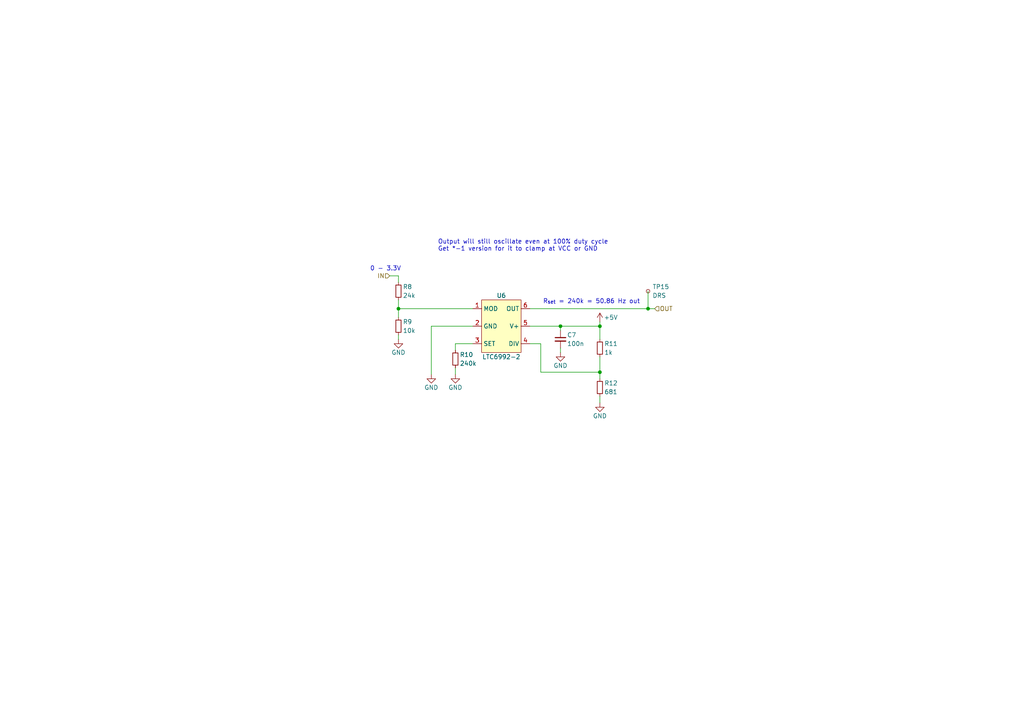
<source format=kicad_sch>
(kicad_sch (version 20211123) (generator eeschema)
  (paper "A4")
  (lib_symbols
    (symbol "Connector:TestPoint_Small" (pin_numbers hide) (pin_names (offset 0.762) hide)
      (property "Reference" "TP" (at 0 3.81 0))
      (property "Value" "TestPoint_Small" (at 0 2.032 0))
      (symbol "TestPoint_Small_0_1"
        (circle (center 0 0) (radius 0.508))
      )
      (symbol "TestPoint_Small_1_1"
        (pin passive line (at 0 0 90) (length 0) (name "1") (number "1"))
      )
    )
    (symbol "Device:C_Small" (pin_numbers hide) (pin_names (offset 0.254) hide)
      (property "Reference" "C" (at 0.254 1.778 0))
      (property "Value" "C_Small" (at 0.254 -2.032 0))
      (symbol "C_Small_0_1"
        (polyline (pts (xy -1.524 -0.508) (xy 1.524 -0.508)) (stroke (width 0.3302)))
        (polyline (pts (xy -1.524 0.508) (xy 1.524 0.508)) (stroke (width 0.3048)))
      )
      (symbol "C_Small_1_1"
        (pin passive line (at 0 2.54 270) (length 2.032) (name "~") (number "1"))
        (pin passive line (at 0 -2.54 90) (length 2.032) (name "~") (number "2"))
      )
    )
    (symbol "Device:R_Small" (pin_numbers hide) (pin_names (offset 0.254) hide)
      (property "Reference" "R" (at 0.762 0.508 0))
      (property "Value" "R_Small" (at 0.762 -1.016 0))
      (symbol "R_Small_0_1"
        (rectangle (start -0.762 1.778) (end 0.762 -1.778) (stroke (width 0.2032)))
      )
      (symbol "R_Small_1_1"
        (pin passive line (at 0 2.54 270) (length 0.762) (name "~") (number "1"))
        (pin passive line (at 0 -2.54 90) (length 0.762) (name "~") (number "2"))
      )
    )
    (symbol "power:+5V" (power) (pin_names (offset 0))
      (property "Value" "+5V" (at 0 3.556 0))
      (symbol "+5V_0_1"
        (polyline (pts (xy -0.762 1.27) (xy 0 2.54)))
        (polyline (pts (xy 0 0) (xy 0 2.54)))
        (polyline (pts (xy 0 2.54) (xy 0.762 1.27)))
      )
      (symbol "+5V_1_1"
        (pin power_in line (at 0 0 90) (length 0) hide (name "+5V") (number "1"))
      )
    )
    (symbol "power:GND" (power) (pin_names (offset 0))
      (property "Value" "GND" (at 0 -3.81 0))
      (symbol "GND_0_1"
        (polyline (pts (xy 0 0) (xy 0 -1.27) (xy 1.27 -1.27) (xy 0 -2.54) (xy -1.27 -1.27) (xy 0 -1.27)))
      )
      (symbol "GND_1_1"
        (pin power_in line (at 0 0 270) (length 0) hide (name "GND") (number "1"))
      )
    )
    (symbol "symbols:LTC6992"
      (property "Reference" "U" (at 0 8.89 0))
      (property "Value" "LTC6992" (at 0 -8.89 0))
      (symbol "LTC6992_0_0"
        (pin passive line (at -8.255 5.08 0) (length 2.54) (name "MOD") (number "1"))
        (pin passive line (at -8.255 0 0) (length 2.54) (name "GND") (number "2"))
        (pin passive line (at -8.255 -5.08 0) (length 2.54) (name "SET") (number "3"))
        (pin passive line (at 8.255 -5.08 180) (length 2.54) (name "DIV") (number "4"))
        (pin passive line (at 8.255 0 180) (length 2.54) (name "V+") (number "5"))
        (pin passive line (at 8.255 5.08 180) (length 2.54) (name "OUT") (number "6"))
      )
      (symbol "LTC6992_0_1"
        (rectangle (start -5.715 7.62) (end 5.715 -7.62) (fill (type background)))
      )
    )
  )
  (junction (at 173.99 107.95))
  (junction (at 173.99 94.615))
  (junction (at 115.57 89.535))
  (junction (at 187.96 89.535))
  (junction (at 162.56 94.615))
  (wire (pts (xy 173.99 94.615) (xy 173.99 98.425)))
  (wire (pts (xy 156.845 99.695) (xy 156.845 107.95)))
  (wire (pts (xy 115.57 97.155) (xy 115.57 98.425)))
  (wire (pts (xy 115.57 86.995) (xy 115.57 89.535)))
  (wire (pts (xy 153.67 89.535) (xy 187.96 89.535)))
  (wire (pts (xy 173.99 114.935) (xy 173.99 116.84)))
  (wire (pts (xy 187.96 89.535) (xy 189.865 89.535)))
  (wire (pts (xy 162.56 94.615) (xy 162.56 95.885)))
  (wire (pts (xy 132.08 106.68) (xy 132.08 108.585)))
  (wire (pts (xy 162.56 100.965) (xy 162.56 102.235)))
  (wire (pts (xy 132.08 99.695) (xy 132.08 101.6)))
  (wire (pts (xy 153.67 99.695) (xy 156.845 99.695)))
  (wire (pts (xy 137.16 94.615) (xy 125.095 94.615)))
  (wire (pts (xy 187.96 84.455) (xy 187.96 89.535)))
  (wire (pts (xy 115.57 89.535) (xy 137.16 89.535)))
  (wire (pts (xy 162.56 94.615) (xy 173.99 94.615)))
  (wire (pts (xy 173.99 107.95) (xy 173.99 109.855)))
  (wire (pts (xy 113.03 80.01) (xy 115.57 80.01)))
  (wire (pts (xy 137.16 99.695) (xy 132.08 99.695)))
  (wire (pts (xy 115.57 80.01) (xy 115.57 81.915)))
  (wire (pts (xy 156.845 107.95) (xy 173.99 107.95)))
  (wire (pts (xy 153.67 94.615) (xy 162.56 94.615)))
  (wire (pts (xy 125.095 94.615) (xy 125.095 108.585)))
  (wire (pts (xy 173.99 103.505) (xy 173.99 107.95)))
  (wire (pts (xy 173.99 93.345) (xy 173.99 94.615)))
  (wire (pts (xy 115.57 89.535) (xy 115.57 92.075)))
  (text "Output will still oscillate even at 100% duty cycle\nGet *-1 version for it to clamp at VCC or GND" (at 127 73.025 0) (effects (font (size 1.27 1.27)) (justify left bottom)))
  (text "R_{set} = 240k = 50.86 Hz out" (at 157.48 88.265 0) (effects (font (size 1.27 1.27)) (justify left bottom)))
  (text "0 - 3.3V" (at 107.315 78.74 0) (effects (font (size 1.27 1.27)) (justify left bottom)))
  (hierarchical_label "IN" (shape input) (at 113.03 80.01 180))
  (hierarchical_label "OUT" (shape input) (at 189.865 89.535 0))
  (symbol (lib_id "power:GND") (at 132.08 108.585 0) (unit 1)
    (property "Reference" "#PWR048" (effects hide))
    (property "Value" "GND" (at 132.08 112.395 0))
  )
  (symbol (lib_id "power:+5V") (at 173.99 93.345 0) (unit 1)
    (property "Reference" "#PWR050" (effects hide))
    (property "Value" "+5V" (at 177.165 92.075 0))
  )
  (symbol (lib_id "Device:R_Small") (at 115.57 94.615 0) (unit 1)
    (property "Reference" "R9" (at 116.84 93.345 0) (effects (justify left)))
    (property "Value" "10k" (at 116.84 95.885 0) (effects (justify left)))
    (property "Footprint" "Resistor_SMD:R_0603_1608Metric_Pad0.98x0.95mm_HandSolder" (effects hide))
  )
  (symbol (lib_id "Device:R_Small") (at 115.57 84.455 0) (unit 1)
    (property "Reference" "R8" (at 116.84 83.185 0) (effects (justify left)))
    (property "Value" "24k" (at 116.84 85.725 0) (effects (justify left)))
    (property "Footprint" "Resistor_SMD:R_0603_1608Metric_Pad0.98x0.95mm_HandSolder" (effects hide))
  )
  (symbol (lib_id "power:GND") (at 162.56 102.235 0) (unit 1)
    (property "Reference" "#PWR049" (effects hide))
    (property "Value" "GND" (at 162.56 106.045 0))
  )
  (symbol (lib_id "Device:R_Small") (at 132.08 104.14 0) (unit 1)
    (property "Reference" "R10" (at 133.35 102.87 0) (effects (justify left)))
    (property "Value" "240k" (at 133.35 105.41 0) (effects (justify left)))
    (property "Footprint" "Resistor_SMD:R_0603_1608Metric_Pad0.98x0.95mm_HandSolder" (effects hide))
  )
  (symbol (lib_id "Device:R_Small") (at 173.99 100.965 0) (unit 1)
    (property "Reference" "R11" (at 175.26 99.695 0) (effects (justify left)))
    (property "Value" "1k" (at 175.26 102.235 0) (effects (justify left)))
    (property "Footprint" "Resistor_SMD:R_0603_1608Metric_Pad0.98x0.95mm_HandSolder" (effects hide))
  )
  (symbol (lib_id "Device:C_Small") (at 162.56 98.425 0) (mirror y) (unit 1)
    (property "Reference" "C7" (at 164.465 97.155 0) (effects (justify right)))
    (property "Value" "100n" (at 164.465 99.695 0) (effects (justify right)))
    (property "Footprint" "Capacitor_SMD:C_0603_1608Metric_Pad1.08x0.95mm_HandSolder" (effects hide))
  )
  (symbol (lib_id "Connector:TestPoint_Small") (at 187.96 84.455 0) (unit 1)
    (property "Reference" "TP15" (at 189.23 83.1849 0) (effects (justify left)))
    (property "Value" "DRS" (at 189.23 85.7249 0) (effects (justify left)))
    (property "Footprint" "TestPoint:TestPoint_Pad_D1.5mm" (effects hide))
    (property "Order Code" "2293786" (effects hide))
    (property "Supplier" "Farnell" (effects hide))
    (property "Populate" "True" (effects hide))
  )
  (symbol (lib_id "power:GND") (at 115.57 98.425 0) (unit 1)
    (property "Reference" "#PWR046" (effects hide))
    (property "Value" "GND" (at 115.57 102.235 0))
  )
  (symbol (lib_id "power:GND") (at 125.095 108.585 0) (unit 1)
    (property "Reference" "#PWR047" (effects hide))
    (property "Value" "GND" (at 125.095 112.395 0))
  )
  (symbol (lib_id "symbols:LTC6992") (at 145.415 94.615 0) (unit 1)
    (property "Reference" "U6" (at 145.415 85.725 0))
    (property "Value" "LTC6992-2" (at 145.415 103.505 0))
    (property "Footprint" "Package_TO_SOT_SMD:SOT-23-6" (effects hide))
    (property "Datasheet" "https://www.analog.com/media/en/technical-documentation/data-sheets/LTC6992-1-6992-2-6992-3-6992-4.pdf" (effects hide))
  )
  (symbol (lib_id "power:GND") (at 173.99 116.84 0) (unit 1)
    (property "Reference" "#PWR051" (effects hide))
    (property "Value" "GND" (at 173.99 120.65 0))
  )
  (symbol (lib_id "Device:R_Small") (at 173.99 112.395 0) (unit 1)
    (property "Reference" "R12" (at 175.26 111.125 0) (effects (justify left)))
    (property "Value" "681" (at 175.26 113.665 0) (effects (justify left)))
    (property "Footprint" "Resistor_SMD:R_0603_1608Metric_Pad0.98x0.95mm_HandSolder" (effects hide))
  )
)
</source>
